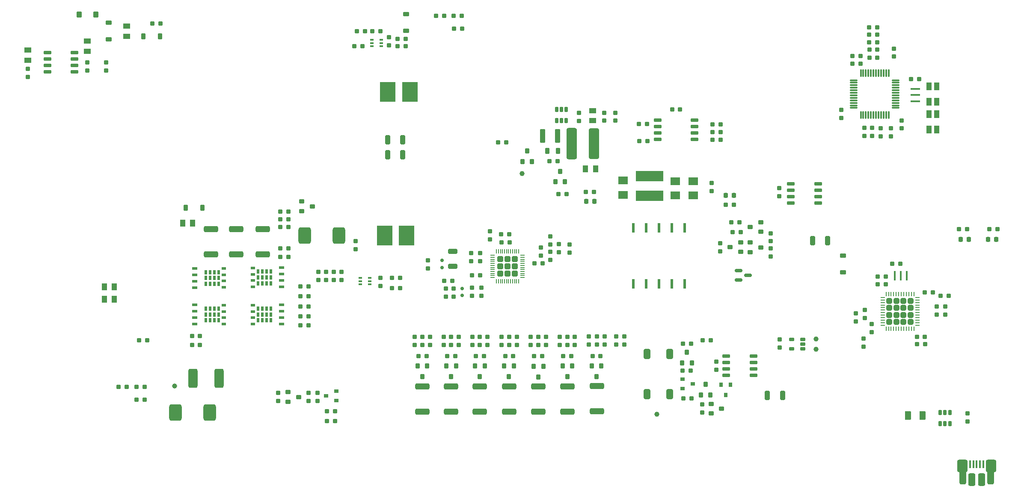
<source format=gtp>
G04 #@! TF.GenerationSoftware,KiCad,Pcbnew,8.0.8*
G04 #@! TF.CreationDate,2025-02-25T18:25:39+01:00*
G04 #@! TF.ProjectId,EPS,4550532e-6b69-4636-9164-5f7063625858,rev?*
G04 #@! TF.SameCoordinates,Original*
G04 #@! TF.FileFunction,Paste,Top*
G04 #@! TF.FilePolarity,Positive*
%FSLAX46Y46*%
G04 Gerber Fmt 4.6, Leading zero omitted, Abs format (unit mm)*
G04 Created by KiCad (PCBNEW 8.0.8) date 2025-02-25 18:25:39*
%MOMM*%
%LPD*%
G01*
G04 APERTURE LIST*
G04 Aperture macros list*
%AMRoundRect*
0 Rectangle with rounded corners*
0 $1 Rounding radius*
0 $2 $3 $4 $5 $6 $7 $8 $9 X,Y pos of 4 corners*
0 Add a 4 corners polygon primitive as box body*
4,1,4,$2,$3,$4,$5,$6,$7,$8,$9,$2,$3,0*
0 Add four circle primitives for the rounded corners*
1,1,$1+$1,$2,$3*
1,1,$1+$1,$4,$5*
1,1,$1+$1,$6,$7*
1,1,$1+$1,$8,$9*
0 Add four rect primitives between the rounded corners*
20,1,$1+$1,$2,$3,$4,$5,0*
20,1,$1+$1,$4,$5,$6,$7,0*
20,1,$1+$1,$6,$7,$8,$9,0*
20,1,$1+$1,$8,$9,$2,$3,0*%
G04 Aperture macros list end*
%ADD10RoundRect,0.160000X0.240000X0.290000X-0.240000X0.290000X-0.240000X-0.290000X0.240000X-0.290000X0*%
%ADD11R,0.609600X1.981200*%
%ADD12RoundRect,0.160000X-0.240000X-0.290000X0.240000X-0.290000X0.240000X0.290000X-0.240000X0.290000X0*%
%ADD13RoundRect,0.225000X-0.375000X0.225000X-0.375000X-0.225000X0.375000X-0.225000X0.375000X0.225000X0*%
%ADD14RoundRect,0.240000X1.160000X-0.360000X1.160000X0.360000X-1.160000X0.360000X-1.160000X-0.360000X0*%
%ADD15RoundRect,0.180000X-0.270000X0.320000X-0.270000X-0.320000X0.270000X-0.320000X0.270000X0.320000X0*%
%ADD16RoundRect,0.160000X-0.290000X0.240000X-0.290000X-0.240000X0.290000X-0.240000X0.290000X0.240000X0*%
%ADD17RoundRect,0.220000X-0.480000X0.330000X-0.480000X-0.330000X0.480000X-0.330000X0.480000X0.330000X0*%
%ADD18R,5.500000X2.150000*%
%ADD19RoundRect,0.160000X0.290000X-0.240000X0.290000X0.240000X-0.290000X0.240000X-0.290000X-0.240000X0*%
%ADD20RoundRect,0.120000X-0.680000X-0.180000X0.680000X-0.180000X0.680000X0.180000X-0.680000X0.180000X0*%
%ADD21RoundRect,0.080000X-0.870000X0.120000X-0.870000X-0.120000X0.870000X-0.120000X0.870000X0.120000X0*%
%ADD22RoundRect,0.180000X-0.320000X-0.270000X0.320000X-0.270000X0.320000X0.270000X-0.320000X0.270000X0*%
%ADD23R,1.100000X1.500000*%
%ADD24C,1.000000*%
%ADD25R,1.050000X0.600000*%
%ADD26R,0.900000X0.600000*%
%ADD27R,0.600000X0.900000*%
%ADD28RoundRect,0.050000X0.350000X-0.050000X0.350000X0.050000X-0.350000X0.050000X-0.350000X-0.050000X0*%
%ADD29RoundRect,0.050000X0.050000X-0.350000X0.050000X0.350000X-0.050000X0.350000X-0.050000X-0.350000X0*%
%ADD30RoundRect,0.250000X0.330000X-0.330000X0.330000X0.330000X-0.330000X0.330000X-0.330000X-0.330000X0*%
%ADD31RoundRect,0.180000X0.270000X-0.320000X0.270000X0.320000X-0.270000X0.320000X-0.270000X-0.320000X0*%
%ADD32RoundRect,0.180000X0.320000X0.270000X-0.320000X0.270000X-0.320000X-0.270000X0.320000X-0.270000X0*%
%ADD33RoundRect,0.075000X0.662500X0.075000X-0.662500X0.075000X-0.662500X-0.075000X0.662500X-0.075000X0*%
%ADD34RoundRect,0.075000X0.075000X0.662500X-0.075000X0.662500X-0.075000X-0.662500X0.075000X-0.662500X0*%
%ADD35RoundRect,0.218750X-0.218750X-0.256250X0.218750X-0.256250X0.218750X0.256250X-0.218750X0.256250X0*%
%ADD36RoundRect,0.100000X0.225000X0.100000X-0.225000X0.100000X-0.225000X-0.100000X0.225000X-0.100000X0*%
%ADD37RoundRect,0.080000X-0.120000X-0.870000X0.120000X-0.870000X0.120000X0.870000X-0.120000X0.870000X0*%
%ADD38RoundRect,0.420000X-0.630000X-2.680000X0.630000X-2.680000X0.630000X2.680000X-0.630000X2.680000X0*%
%ADD39RoundRect,0.420000X-0.630000X-2.630000X0.630000X-2.630000X0.630000X2.630000X-0.630000X2.630000X0*%
%ADD40R,1.949996X1.605597*%
%ADD41RoundRect,0.130000X-0.195000X0.420000X-0.195000X-0.420000X0.195000X-0.420000X0.195000X0.420000X0*%
%ADD42RoundRect,0.240000X-1.160000X0.360000X-1.160000X-0.360000X1.160000X-0.360000X1.160000X0.360000X0*%
%ADD43RoundRect,0.225000X0.225000X0.375000X-0.225000X0.375000X-0.225000X-0.375000X0.225000X-0.375000X0*%
%ADD44RoundRect,0.150000X-0.650000X-0.150000X0.650000X-0.150000X0.650000X0.150000X-0.650000X0.150000X0*%
%ADD45RoundRect,0.260000X-0.390000X0.740000X-0.390000X-0.740000X0.390000X-0.740000X0.390000X0.740000X0*%
%ADD46RoundRect,0.130000X0.420000X0.195000X-0.420000X0.195000X-0.420000X-0.195000X0.420000X-0.195000X0*%
%ADD47RoundRect,0.218750X-0.218750X-0.381250X0.218750X-0.381250X0.218750X0.381250X-0.218750X0.381250X0*%
%ADD48RoundRect,0.220000X0.480000X-0.330000X0.480000X0.330000X-0.480000X0.330000X-0.480000X-0.330000X0*%
%ADD49RoundRect,0.062500X-0.375000X0.062500X-0.375000X-0.062500X0.375000X-0.062500X0.375000X0.062500X0*%
%ADD50RoundRect,0.062500X-0.062500X0.375000X-0.062500X-0.375000X0.062500X-0.375000X0.062500X0.375000X0*%
%ADD51RoundRect,0.250000X-0.315000X0.315000X-0.315000X-0.315000X0.315000X-0.315000X0.315000X0.315000X0*%
%ADD52RoundRect,0.250000X0.375000X0.625000X-0.375000X0.625000X-0.375000X-0.625000X0.375000X-0.625000X0*%
%ADD53R,3.100000X4.000000*%
%ADD54RoundRect,0.100000X-0.225000X-0.100000X0.225000X-0.100000X0.225000X0.100000X-0.225000X0.100000X0*%
%ADD55R,0.900000X0.800000*%
%ADD56RoundRect,0.150000X-0.587500X-0.150000X0.587500X-0.150000X0.587500X0.150000X-0.587500X0.150000X0*%
%ADD57RoundRect,0.200000X0.300000X0.700000X-0.300000X0.700000X-0.300000X-0.700000X0.300000X-0.700000X0*%
%ADD58RoundRect,0.220000X0.330000X0.480000X-0.330000X0.480000X-0.330000X-0.480000X0.330000X-0.480000X0*%
%ADD59RoundRect,0.360000X0.540000X1.540000X-0.540000X1.540000X-0.540000X-1.540000X0.540000X-1.540000X0*%
%ADD60RoundRect,0.200000X-0.300000X-0.700000X0.300000X-0.700000X0.300000X0.700000X-0.300000X0.700000X0*%
%ADD61RoundRect,0.218750X0.218750X0.256250X-0.218750X0.256250X-0.218750X-0.256250X0.218750X-0.256250X0*%
%ADD62R,0.400000X1.650000*%
%ADD63RoundRect,0.420000X-0.630000X-0.830000X0.630000X-0.830000X0.630000X0.830000X-0.630000X0.830000X0*%
%ADD64RoundRect,0.260000X0.390000X-1.265000X0.390000X1.265000X-0.390000X1.265000X-0.390000X-1.265000X0*%
%ADD65RoundRect,0.357500X0.357500X-0.892500X0.357500X0.892500X-0.357500X0.892500X-0.357500X-0.892500X0*%
%ADD66RoundRect,0.200000X0.300000X0.400000X-0.300000X0.400000X-0.300000X-0.400000X0.300000X-0.400000X0*%
%ADD67RoundRect,0.225000X0.375000X-0.225000X0.375000X0.225000X-0.375000X0.225000X-0.375000X-0.225000X0*%
%ADD68RoundRect,0.225000X-0.225000X-0.375000X0.225000X-0.375000X0.225000X0.375000X-0.225000X0.375000X0*%
%ADD69RoundRect,0.500000X0.750000X-1.150000X0.750000X1.150000X-0.750000X1.150000X-0.750000X-1.150000X0*%
%ADD70RoundRect,0.130000X0.195000X-0.420000X0.195000X0.420000X-0.195000X0.420000X-0.195000X-0.420000X0*%
%ADD71R,0.800000X0.900000*%
%ADD72RoundRect,0.150000X-0.200000X0.150000X-0.200000X-0.150000X0.200000X-0.150000X0.200000X0.150000X0*%
%ADD73RoundRect,0.220000X-0.330000X-0.480000X0.330000X-0.480000X0.330000X0.480000X-0.330000X0.480000X0*%
%ADD74RoundRect,0.220000X0.330000X1.130000X-0.330000X1.130000X-0.330000X-1.130000X0.330000X-1.130000X0*%
%ADD75RoundRect,0.200000X0.700000X-0.300000X0.700000X0.300000X-0.700000X0.300000X-0.700000X-0.300000X0*%
G04 APERTURE END LIST*
D10*
X112250000Y-103150000D03*
X113850000Y-103150000D03*
D11*
X170160000Y-102325000D03*
X167620000Y-102325000D03*
X165080000Y-102325000D03*
X162540000Y-102325000D03*
X160000000Y-102325000D03*
X160000000Y-91250600D03*
X162540000Y-91250600D03*
X165080000Y-91250600D03*
X167620000Y-91250600D03*
X170160000Y-91250600D03*
D12*
X153550000Y-116625000D03*
X151950000Y-116625000D03*
X63815280Y-113510000D03*
X62215280Y-113510000D03*
D13*
X201480000Y-100040000D03*
X201480000Y-96740000D03*
D14*
X118300000Y-122610000D03*
X118300000Y-127610000D03*
D15*
X118300000Y-120660000D03*
X117350000Y-118560000D03*
X119250000Y-118560000D03*
D16*
X141725000Y-96725000D03*
X141725000Y-95125000D03*
D17*
X59750000Y-53250000D03*
X59750000Y-51250000D03*
D10*
X117500000Y-116610000D03*
X119100000Y-116610000D03*
X230490000Y-91500000D03*
X232090000Y-91500000D03*
D18*
X163225000Y-81000000D03*
X163225000Y-84850000D03*
D19*
X188870000Y-83370000D03*
X188870000Y-84970000D03*
D10*
X146810000Y-84500000D03*
X145210000Y-84500000D03*
D20*
X191180000Y-82515000D03*
X191180000Y-83785000D03*
X191180000Y-85055000D03*
X191180000Y-86325000D03*
X196580000Y-86325000D03*
X196580000Y-85055000D03*
X196580000Y-83785000D03*
X196580000Y-82515000D03*
D21*
X215790000Y-63710000D03*
X215790000Y-64910000D03*
X215790000Y-66110000D03*
D12*
X177300000Y-70750000D03*
X175700000Y-70750000D03*
D10*
X216150000Y-114275000D03*
X217750000Y-114275000D03*
D19*
X119400000Y-97620000D03*
X119400000Y-99220000D03*
X89750000Y-123900000D03*
X89750000Y-125500000D03*
D12*
X179920000Y-86635000D03*
X178320000Y-86635000D03*
D16*
X131650000Y-93470000D03*
X131650000Y-91870000D03*
D19*
X206790000Y-55910000D03*
X206790000Y-57510000D03*
D22*
X91700000Y-123750000D03*
X91700000Y-125650000D03*
X93800000Y-124700000D03*
D23*
X220040000Y-71710000D03*
X220040000Y-68710000D03*
X218540000Y-68710000D03*
X218540000Y-71710000D03*
D24*
X196180000Y-113250000D03*
D19*
X127950000Y-96225000D03*
X127950000Y-97825000D03*
X135475000Y-112785000D03*
X135475000Y-114385000D03*
X152800000Y-112750000D03*
X152800000Y-114350000D03*
D15*
X135425000Y-120685000D03*
X134475000Y-118585000D03*
X136375000Y-118585000D03*
D19*
X129675000Y-112785000D03*
X129675000Y-114385000D03*
D12*
X208275000Y-52975000D03*
X206675000Y-52975000D03*
D16*
X116800000Y-114410000D03*
X116800000Y-112810000D03*
D12*
X162800000Y-74000000D03*
X161200000Y-74000000D03*
D25*
X73275000Y-101760000D03*
X73275000Y-100490000D03*
X73275000Y-99220000D03*
X73275000Y-103030000D03*
D26*
X79000000Y-103000000D03*
D27*
X75450000Y-102275000D03*
X76300000Y-102275000D03*
X77150000Y-102275000D03*
X78000000Y-102275000D03*
D26*
X79000000Y-101725000D03*
D27*
X75450000Y-101125000D03*
X76300000Y-101125000D03*
X77150000Y-101125000D03*
X78000000Y-101125000D03*
D26*
X79000000Y-100525000D03*
D27*
X75450000Y-99975000D03*
X76300000Y-99975000D03*
X77150000Y-99975000D03*
X78000000Y-99975000D03*
D26*
X79000000Y-99250000D03*
D24*
X164700000Y-128160000D03*
D12*
X63315280Y-122710000D03*
X61715280Y-122710000D03*
X204950000Y-58700000D03*
X203350000Y-58700000D03*
D16*
X188980000Y-114950000D03*
X188980000Y-113350000D03*
X154325000Y-114350000D03*
X154325000Y-112750000D03*
D28*
X132200000Y-101050000D03*
X132200000Y-100650000D03*
X132200000Y-100250000D03*
X132200000Y-99850000D03*
X132200000Y-99450000D03*
X132200000Y-99050000D03*
X132200000Y-98650000D03*
X132200000Y-98250000D03*
X132200000Y-97850000D03*
X132200000Y-97450000D03*
X132200000Y-97050000D03*
X132200000Y-96650000D03*
D29*
X132950000Y-95900000D03*
X133350000Y-95900000D03*
X133750000Y-95900000D03*
X134150000Y-95900000D03*
X134550000Y-95900000D03*
X134950000Y-95900000D03*
X135350000Y-95900000D03*
X135750000Y-95900000D03*
X136150000Y-95900000D03*
X136550000Y-95900000D03*
X136950000Y-95900000D03*
X137350000Y-95900000D03*
D28*
X138100000Y-96650000D03*
X138100000Y-97050000D03*
X138100000Y-97450000D03*
X138100000Y-97850000D03*
X138100000Y-98250000D03*
X138100000Y-98650000D03*
X138100000Y-99050000D03*
X138100000Y-99450000D03*
X138100000Y-99850000D03*
X138100000Y-100250000D03*
X138100000Y-100650000D03*
X138100000Y-101050000D03*
D29*
X137350000Y-101800000D03*
X136950000Y-101800000D03*
X136550000Y-101800000D03*
X136150000Y-101800000D03*
X135750000Y-101800000D03*
X135350000Y-101800000D03*
X134950000Y-101800000D03*
X134550000Y-101800000D03*
X134150000Y-101800000D03*
X133750000Y-101800000D03*
X133350000Y-101800000D03*
X132950000Y-101800000D03*
D30*
X136580000Y-97420000D03*
X135150000Y-97420000D03*
X133720000Y-97420000D03*
X136580000Y-98850000D03*
X135150000Y-98850000D03*
X133720000Y-98850000D03*
X136580000Y-100280000D03*
X135150000Y-100280000D03*
X133720000Y-100280000D03*
D16*
X97750000Y-101500000D03*
X97750000Y-99900000D03*
D10*
X220790000Y-104710000D03*
X222390000Y-104710000D03*
D24*
X138010000Y-80500000D03*
D19*
X105050000Y-93850000D03*
X105050000Y-95450000D03*
D10*
X175700000Y-72250000D03*
X177300000Y-72250000D03*
D25*
X73275000Y-109010000D03*
X73275000Y-107740000D03*
X73275000Y-106470000D03*
X73275000Y-110280000D03*
D26*
X79000000Y-110250000D03*
D27*
X75450000Y-109525000D03*
X76300000Y-109525000D03*
X77150000Y-109525000D03*
X78000000Y-109525000D03*
D26*
X79000000Y-108975000D03*
D27*
X75450000Y-108375000D03*
X76300000Y-108375000D03*
X77150000Y-108375000D03*
X78000000Y-108375000D03*
D26*
X79000000Y-107775000D03*
D27*
X75450000Y-107225000D03*
X76300000Y-107225000D03*
X77150000Y-107225000D03*
X78000000Y-107225000D03*
D26*
X79000000Y-106500000D03*
D25*
X90475000Y-100390000D03*
X90475000Y-101660000D03*
X90475000Y-102930000D03*
X90475000Y-99120000D03*
D26*
X84750000Y-99150000D03*
D27*
X88300000Y-99875000D03*
X87450000Y-99875000D03*
X86600000Y-99875000D03*
X85750000Y-99875000D03*
D26*
X84750000Y-100425000D03*
D27*
X88300000Y-101025000D03*
X87450000Y-101025000D03*
X86600000Y-101025000D03*
X85750000Y-101025000D03*
D26*
X84750000Y-101625000D03*
D27*
X88300000Y-102175000D03*
X87450000Y-102175000D03*
X86600000Y-102175000D03*
X85750000Y-102175000D03*
D26*
X84750000Y-102900000D03*
D31*
X170650000Y-115880000D03*
X171600000Y-117980000D03*
X169700000Y-117980000D03*
D19*
X102250000Y-99900000D03*
X102250000Y-101500000D03*
D16*
X128125000Y-104700000D03*
X128125000Y-103100000D03*
D19*
X226150000Y-127950000D03*
X226150000Y-129550000D03*
D10*
X105367677Y-52250000D03*
X106967677Y-52250000D03*
D32*
X179150000Y-95025000D03*
X181250000Y-94075000D03*
X181250000Y-95975000D03*
D19*
X141225000Y-112835000D03*
X141225000Y-114435000D03*
X201200000Y-67880000D03*
X201200000Y-69480000D03*
D33*
X211952500Y-67460000D03*
X211952500Y-66960000D03*
X211952500Y-66460000D03*
X211952500Y-65960000D03*
X211952500Y-65460000D03*
X211952500Y-64960000D03*
X211952500Y-64460000D03*
X211952500Y-63960000D03*
X211952500Y-63460000D03*
X211952500Y-62960000D03*
X211952500Y-62460000D03*
X211952500Y-61960000D03*
D34*
X210540000Y-60547500D03*
X210040000Y-60547500D03*
X209540000Y-60547500D03*
X209040000Y-60547500D03*
X208540000Y-60547500D03*
X208040000Y-60547500D03*
X207540000Y-60547500D03*
X207040000Y-60547500D03*
X206540000Y-60547500D03*
X206040000Y-60547500D03*
X205540000Y-60547500D03*
X205040000Y-60547500D03*
D33*
X203627500Y-61960000D03*
X203627500Y-62460000D03*
X203627500Y-62960000D03*
X203627500Y-63460000D03*
X203627500Y-63960000D03*
X203627500Y-64460000D03*
X203627500Y-64960000D03*
X203627500Y-65460000D03*
X203627500Y-65960000D03*
X203627500Y-66460000D03*
X203627500Y-66960000D03*
X203627500Y-67460000D03*
D34*
X205040000Y-68872500D03*
X205540000Y-68872500D03*
X206040000Y-68872500D03*
X206540000Y-68872500D03*
X207040000Y-68872500D03*
X207540000Y-68872500D03*
X208040000Y-68872500D03*
X208540000Y-68872500D03*
X209040000Y-68872500D03*
X209540000Y-68872500D03*
X210040000Y-68872500D03*
X210540000Y-68872500D03*
D19*
X208290000Y-55910000D03*
X208290000Y-57510000D03*
D16*
X124450000Y-104850000D03*
X124450000Y-103250000D03*
D19*
X221775000Y-108400000D03*
X221775000Y-106800000D03*
D35*
X152327500Y-85975000D03*
X150752500Y-85975000D03*
D36*
X106010000Y-102410000D03*
X106010000Y-101760000D03*
X106010000Y-101110000D03*
X107910000Y-101110000D03*
X107910000Y-101760000D03*
X107910000Y-102410000D03*
D24*
X69250000Y-122500000D03*
D10*
X169950000Y-124980000D03*
X171550000Y-124980000D03*
D16*
X100750000Y-101500000D03*
X100750000Y-99900000D03*
D24*
X196180000Y-115250000D03*
D16*
X145275000Y-96050000D03*
X145275000Y-94450000D03*
D12*
X219300000Y-103975000D03*
X217700000Y-103975000D03*
D19*
X176425000Y-117725000D03*
X176425000Y-119325000D03*
X55750000Y-58450000D03*
X55750000Y-60050000D03*
D12*
X171430000Y-114120000D03*
X169830000Y-114120000D03*
D16*
X133975000Y-114385000D03*
X133975000Y-112785000D03*
D15*
X129675000Y-120635000D03*
X128725000Y-118535000D03*
X130625000Y-118535000D03*
D19*
X175500000Y-82307998D03*
X175500000Y-83907998D03*
D12*
X130475000Y-116585000D03*
X128875000Y-116585000D03*
D19*
X129700000Y-96200000D03*
X129700000Y-97800000D03*
X209000000Y-71450000D03*
X209000000Y-73050000D03*
D37*
X211750000Y-100675000D03*
X212950000Y-100675000D03*
X214150000Y-100675000D03*
D16*
X156500000Y-70000000D03*
X156500000Y-68400000D03*
D38*
X147850000Y-74500000D03*
D39*
X152250000Y-74500000D03*
D12*
X162700000Y-70615000D03*
X161100000Y-70615000D03*
D16*
X136975000Y-114385000D03*
X136975000Y-112785000D03*
D10*
X64900000Y-50750000D03*
X66500000Y-50750000D03*
D12*
X142025000Y-116635000D03*
X140425000Y-116635000D03*
D10*
X94200000Y-102775000D03*
X95800000Y-102775000D03*
D16*
X211600000Y-57300000D03*
X211600000Y-55700000D03*
D19*
X211000000Y-71450000D03*
X211000000Y-73050000D03*
D10*
X94200000Y-110525000D03*
X95800000Y-110525000D03*
D19*
X143575000Y-95975000D03*
X143575000Y-97575000D03*
D40*
X168305198Y-81944404D03*
X168305198Y-84750000D03*
D15*
X141275000Y-120735000D03*
X140325000Y-118635000D03*
X142225000Y-118635000D03*
D19*
X95750000Y-123900000D03*
X95750000Y-125500000D03*
D12*
X175340000Y-113460000D03*
X173740000Y-113460000D03*
D10*
X94200000Y-106775000D03*
X95800000Y-106775000D03*
D20*
X178390000Y-116595000D03*
X178390000Y-117865000D03*
X178390000Y-119135000D03*
X178390000Y-120405000D03*
X183790000Y-120405000D03*
X183790000Y-119135000D03*
X183790000Y-117865000D03*
X183790000Y-116595000D03*
D10*
X72700000Y-112625000D03*
X74300000Y-112625000D03*
D16*
X119800000Y-114410000D03*
X119800000Y-112810000D03*
X110010000Y-102710000D03*
X110010000Y-101110000D03*
D12*
X101050000Y-127500000D03*
X99450000Y-127500000D03*
D41*
X146750000Y-67750000D03*
X145800000Y-67750000D03*
X144850000Y-67750000D03*
X144850000Y-69950000D03*
X145800000Y-69950000D03*
X146750000Y-69950000D03*
D19*
X143575000Y-94500000D03*
X143575000Y-92900000D03*
D16*
X207290000Y-73010000D03*
X207290000Y-71410000D03*
D12*
X147775000Y-116585000D03*
X146175000Y-116585000D03*
D19*
X158225000Y-112700000D03*
X158225000Y-114300000D03*
D12*
X91800000Y-89500000D03*
X90200000Y-89500000D03*
X208275000Y-54475000D03*
X206675000Y-54475000D03*
D16*
X213150000Y-71525000D03*
X213150000Y-69925000D03*
D12*
X171410000Y-119490000D03*
X169810000Y-119490000D03*
D10*
X216125000Y-112775000D03*
X217725000Y-112775000D03*
D42*
X129675000Y-127585000D03*
X129675000Y-122585000D03*
D16*
X151250000Y-114350000D03*
X151250000Y-112750000D03*
D19*
X205590000Y-113120000D03*
X205590000Y-114720000D03*
D13*
X115075000Y-52175000D03*
X115075000Y-48875000D03*
D42*
X141225000Y-127635000D03*
X141225000Y-122635000D03*
D10*
X150620000Y-84060000D03*
X152220000Y-84060000D03*
D35*
X224802500Y-93500000D03*
X226377500Y-93500000D03*
D12*
X204950000Y-57200000D03*
X203350000Y-57200000D03*
X63315280Y-125210000D03*
X61715280Y-125210000D03*
D19*
X118300000Y-112810000D03*
X118300000Y-114410000D03*
D16*
X145475000Y-114385000D03*
X145475000Y-112785000D03*
D43*
X63050000Y-53250000D03*
X66350000Y-53250000D03*
D14*
X124000000Y-122635000D03*
X124000000Y-127635000D03*
D15*
X124000000Y-120685000D03*
X123050000Y-118585000D03*
X124950000Y-118585000D03*
D12*
X95800000Y-108775000D03*
X94200000Y-108775000D03*
D32*
X183150000Y-91025000D03*
X185250000Y-90075000D03*
X185250000Y-91975000D03*
D12*
X136275000Y-116585000D03*
X134675000Y-116585000D03*
D16*
X131175000Y-114385000D03*
X131175000Y-112785000D03*
D20*
X49500000Y-56500000D03*
X49500000Y-57770000D03*
X49500000Y-59040000D03*
X49500000Y-60310000D03*
X44100000Y-60310000D03*
X44100000Y-59040000D03*
X44100000Y-57770000D03*
X44100000Y-56500000D03*
D12*
X122577677Y-49250000D03*
X120977677Y-49250000D03*
D16*
X205790000Y-73010000D03*
X205790000Y-71410000D03*
D12*
X169300000Y-67750000D03*
X167700000Y-67750000D03*
D44*
X164900000Y-69845000D03*
X164900000Y-71115000D03*
X164900000Y-72385000D03*
X164900000Y-73655000D03*
X172100000Y-73655000D03*
X172100000Y-72385000D03*
X172100000Y-71115000D03*
X172100000Y-69845000D03*
D45*
X167200000Y-116170000D03*
X167200000Y-124170000D03*
X162700000Y-116170000D03*
X162700000Y-124170000D03*
D16*
X139725000Y-114435000D03*
X139725000Y-112835000D03*
D10*
X123200000Y-116635000D03*
X124800000Y-116635000D03*
D46*
X193580000Y-115200000D03*
X193580000Y-114250000D03*
X193580000Y-113300000D03*
X191380000Y-113300000D03*
X191380000Y-115200000D03*
D16*
X142725000Y-114435000D03*
X142725000Y-112835000D03*
D12*
X74300000Y-114375000D03*
X72700000Y-114375000D03*
D19*
X124000000Y-112835000D03*
X124000000Y-114435000D03*
D12*
X208275000Y-51475000D03*
X206675000Y-51475000D03*
X91800000Y-95250000D03*
X90200000Y-95250000D03*
X59815280Y-122710000D03*
X58215280Y-122710000D03*
D15*
X152750000Y-120660000D03*
X151800000Y-118560000D03*
X153700000Y-118560000D03*
D16*
X122500000Y-114435000D03*
X122500000Y-112835000D03*
X148475000Y-114385000D03*
X148475000Y-112785000D03*
D42*
X146975000Y-127585000D03*
X146975000Y-122585000D03*
D47*
X145112500Y-76000000D03*
X142987500Y-76000000D03*
D19*
X220050000Y-108400000D03*
X220050000Y-106800000D03*
X122950000Y-103250000D03*
X122950000Y-104850000D03*
D12*
X95800000Y-104775000D03*
X94200000Y-104775000D03*
X135550000Y-94050000D03*
X133950000Y-94050000D03*
D48*
X152000000Y-68000000D03*
X152000000Y-70000000D03*
D19*
X154250000Y-68400000D03*
X154250000Y-70000000D03*
D12*
X142100000Y-98225000D03*
X140500000Y-98225000D03*
D49*
X216227500Y-105000000D03*
X216227500Y-105500000D03*
X216227500Y-106000000D03*
X216227500Y-106500000D03*
X216227500Y-107000000D03*
X216227500Y-107500000D03*
X216227500Y-108000000D03*
X216227500Y-108500000D03*
X216227500Y-109000000D03*
X216227500Y-109500000D03*
X216227500Y-110000000D03*
X216227500Y-110500000D03*
D50*
X215540000Y-111187500D03*
X215040000Y-111187500D03*
X214540000Y-111187500D03*
X214040000Y-111187500D03*
X213540000Y-111187500D03*
X213040000Y-111187500D03*
X212540000Y-111187500D03*
X212040000Y-111187500D03*
X211540000Y-111187500D03*
X211040000Y-111187500D03*
X210540000Y-111187500D03*
X210040000Y-111187500D03*
D49*
X209352500Y-110500000D03*
X209352500Y-110000000D03*
X209352500Y-109500000D03*
X209352500Y-109000000D03*
X209352500Y-108500000D03*
X209352500Y-108000000D03*
X209352500Y-107500000D03*
X209352500Y-107000000D03*
X209352500Y-106500000D03*
X209352500Y-106000000D03*
X209352500Y-105500000D03*
X209352500Y-105000000D03*
D50*
X210040000Y-104312500D03*
X210540000Y-104312500D03*
X211040000Y-104312500D03*
X211540000Y-104312500D03*
X212040000Y-104312500D03*
X212540000Y-104312500D03*
X213040000Y-104312500D03*
X213540000Y-104312500D03*
X214040000Y-104312500D03*
X214540000Y-104312500D03*
X215040000Y-104312500D03*
X215540000Y-104312500D03*
D51*
X210690000Y-109850000D03*
X212090000Y-109850000D03*
X213490000Y-109850000D03*
X214890000Y-109850000D03*
X210690000Y-108450000D03*
X212090000Y-108450000D03*
X213490000Y-108450000D03*
X214890000Y-108450000D03*
X210690000Y-107050000D03*
X212090000Y-107050000D03*
X213490000Y-107050000D03*
X214890000Y-107050000D03*
X210690000Y-105650000D03*
X212090000Y-105650000D03*
X213490000Y-105650000D03*
X214890000Y-105650000D03*
D12*
X126077677Y-49250000D03*
X124477677Y-49250000D03*
D19*
X187250000Y-95275000D03*
X187250000Y-96875000D03*
D12*
X135500000Y-92475000D03*
X133900000Y-92475000D03*
D10*
X175700000Y-73750000D03*
X177300000Y-73750000D03*
X90200000Y-88000000D03*
X91800000Y-88000000D03*
D52*
X217230000Y-128340000D03*
X214430000Y-128340000D03*
D16*
X156650000Y-114325000D03*
X156650000Y-112725000D03*
D12*
X209975000Y-100875000D03*
X208375000Y-100875000D03*
D42*
X135475000Y-127585000D03*
X135475000Y-122585000D03*
D12*
X216590000Y-61710000D03*
X214990000Y-61710000D03*
D53*
X111467677Y-64250000D03*
X115867677Y-64250000D03*
D12*
X209950000Y-102350000D03*
X208350000Y-102350000D03*
X212825000Y-98350000D03*
X211225000Y-98350000D03*
D10*
X99450000Y-129500000D03*
X101050000Y-129500000D03*
D19*
X204100000Y-108175000D03*
X204100000Y-109775000D03*
X146975000Y-112785000D03*
X146975000Y-114385000D03*
D12*
X91800000Y-97000000D03*
X90200000Y-97000000D03*
D15*
X146975000Y-120635000D03*
X146025000Y-118535000D03*
X147925000Y-118535000D03*
D10*
X122650000Y-101750000D03*
X124250000Y-101750000D03*
D16*
X128175000Y-114385000D03*
X128175000Y-112785000D03*
X125500000Y-114435000D03*
X125500000Y-112835000D03*
D19*
X207200000Y-110250000D03*
X207200000Y-111850000D03*
D16*
X147450000Y-96125000D03*
X147450000Y-94525000D03*
D54*
X110167677Y-53950000D03*
X110167677Y-54600000D03*
X110167677Y-55250000D03*
X108267677Y-55250000D03*
X108267677Y-54600000D03*
X108267677Y-53950000D03*
D35*
X230262500Y-93500000D03*
X231837500Y-93500000D03*
D10*
X181250000Y-92075000D03*
X179650000Y-92075000D03*
X181050000Y-90075000D03*
X179450000Y-90075000D03*
D55*
X101250000Y-123550000D03*
X99250000Y-124500000D03*
X101250000Y-125450000D03*
D56*
X180875000Y-99637500D03*
X180875000Y-101537500D03*
X182750000Y-100587500D03*
D19*
X173630000Y-127820000D03*
X173630000Y-126220000D03*
D40*
X158000000Y-84652798D03*
X158000000Y-81847202D03*
D22*
X183150000Y-94125000D03*
X183150000Y-96025000D03*
X185250000Y-95075000D03*
D16*
X187250000Y-92275000D03*
X187250000Y-93875000D03*
D19*
X99250000Y-101500000D03*
X99250000Y-99900000D03*
X97550000Y-125500000D03*
X97550000Y-123900000D03*
D53*
X110800000Y-92750000D03*
X115200000Y-92750000D03*
D17*
X52000000Y-54250000D03*
X52000000Y-56250000D03*
X40250000Y-56000000D03*
X40250000Y-58000000D03*
D57*
X114417677Y-76750000D03*
X111417677Y-76750000D03*
X114417677Y-73750000D03*
X111417677Y-73750000D03*
D58*
X72850000Y-90250000D03*
X70850000Y-90250000D03*
D10*
X109967677Y-52250000D03*
X108367677Y-52250000D03*
X114967677Y-53750000D03*
X113367677Y-53750000D03*
X114967677Y-55250000D03*
X113367677Y-55250000D03*
D12*
X90200000Y-91000000D03*
X91800000Y-91000000D03*
D42*
X86750000Y-91500000D03*
X86750000Y-96500000D03*
X81500000Y-91500000D03*
X81500000Y-96500000D03*
X76500000Y-91500000D03*
X76500000Y-96500000D03*
D12*
X128100000Y-100625000D03*
X129700000Y-100625000D03*
D59*
X78100000Y-121000000D03*
X72900000Y-121000000D03*
D12*
X133275000Y-74250000D03*
X134875000Y-74250000D03*
D57*
X189570000Y-124440000D03*
X186570000Y-124440000D03*
D10*
X226090000Y-91500000D03*
X224490000Y-91500000D03*
D19*
X205825000Y-109075000D03*
X205825000Y-107475000D03*
D42*
X152800000Y-122560000D03*
X152800000Y-127560000D03*
D60*
X195480000Y-93750000D03*
X198480000Y-93750000D03*
D22*
X94400000Y-86000000D03*
X94400000Y-87900000D03*
X96500000Y-86950000D03*
D26*
X84750000Y-110250000D03*
D27*
X85750000Y-109525000D03*
X86600000Y-109525000D03*
X87450000Y-109525000D03*
X88300000Y-109525000D03*
D26*
X84750000Y-108975000D03*
D27*
X85750000Y-108375000D03*
X86600000Y-108375000D03*
X87450000Y-108375000D03*
X88300000Y-108375000D03*
D26*
X84750000Y-107775000D03*
D27*
X85750000Y-107225000D03*
X86600000Y-107225000D03*
X87450000Y-107225000D03*
X88300000Y-107225000D03*
D26*
X84750000Y-106500000D03*
D25*
X90475000Y-106470000D03*
X90475000Y-110280000D03*
X90475000Y-109010000D03*
X90475000Y-107740000D03*
D22*
X175400000Y-126090000D03*
X175400000Y-127990000D03*
X177500000Y-127040000D03*
D61*
X179927500Y-84800000D03*
X178352500Y-84800000D03*
D23*
X220040000Y-63210000D03*
X220040000Y-66210000D03*
X218540000Y-66210000D03*
X218540000Y-63210000D03*
D62*
X226675000Y-138000000D03*
X227325000Y-138000000D03*
X227975000Y-138000000D03*
X228625000Y-138000000D03*
X229275000Y-138000000D03*
D63*
X225175000Y-138400000D03*
D64*
X225250000Y-140500000D03*
D65*
X227015000Y-141120000D03*
X228935000Y-141120000D03*
D64*
X230700000Y-140500000D03*
D63*
X230775000Y-138400000D03*
D66*
X53650000Y-49000000D03*
X50350000Y-49000000D03*
D67*
X56250000Y-53900000D03*
X56250000Y-50600000D03*
D68*
X71450000Y-87250000D03*
X74750000Y-87250000D03*
D31*
X138100000Y-78050000D03*
X140000000Y-78050000D03*
X139050000Y-75950000D03*
X144600000Y-82100000D03*
X146500000Y-82100000D03*
X145550000Y-80000000D03*
D69*
X95000000Y-92750000D03*
X101800000Y-92750000D03*
X69450000Y-127750000D03*
X76250000Y-127750000D03*
D70*
X220750000Y-129950000D03*
X221700000Y-129950000D03*
X222650000Y-129950000D03*
X222650000Y-127750000D03*
X221700000Y-127750000D03*
X220750000Y-127750000D03*
D71*
X177350000Y-122300000D03*
X178300000Y-124300000D03*
X179250000Y-122300000D03*
D55*
X169760000Y-123070000D03*
X171760000Y-122120000D03*
X169760000Y-121170000D03*
D72*
X122150000Y-99050000D03*
X122150000Y-97650000D03*
X126150000Y-104620000D03*
X126150000Y-103220000D03*
D31*
X173400000Y-124300000D03*
X175300000Y-124300000D03*
X174350000Y-122200000D03*
D40*
X171915594Y-84750000D03*
X171915594Y-81944404D03*
D19*
X177250000Y-95875000D03*
X177250000Y-94275000D03*
D12*
X112250000Y-101150000D03*
X113850000Y-101150000D03*
D16*
X52000000Y-58450000D03*
X52000000Y-60050000D03*
X40250000Y-59700000D03*
X40250000Y-61300000D03*
D73*
X55370000Y-105390000D03*
X57370000Y-105390000D03*
D10*
X106467677Y-55250000D03*
X104867677Y-55250000D03*
D73*
X55370000Y-102890000D03*
X57370000Y-102890000D03*
D19*
X111667677Y-55050000D03*
X111667677Y-53450000D03*
D12*
X124567677Y-51750000D03*
X126167677Y-51750000D03*
D58*
X152550000Y-79500000D03*
X150550000Y-79500000D03*
D16*
X149250000Y-68450000D03*
X149250000Y-70050000D03*
D74*
X145050000Y-73000000D03*
X142050000Y-73000000D03*
D12*
X143450000Y-78000000D03*
X145050000Y-78000000D03*
D75*
X124325000Y-98825000D03*
X124325000Y-95825000D03*
D19*
X129950000Y-104675000D03*
X129950000Y-103075000D03*
M02*

</source>
